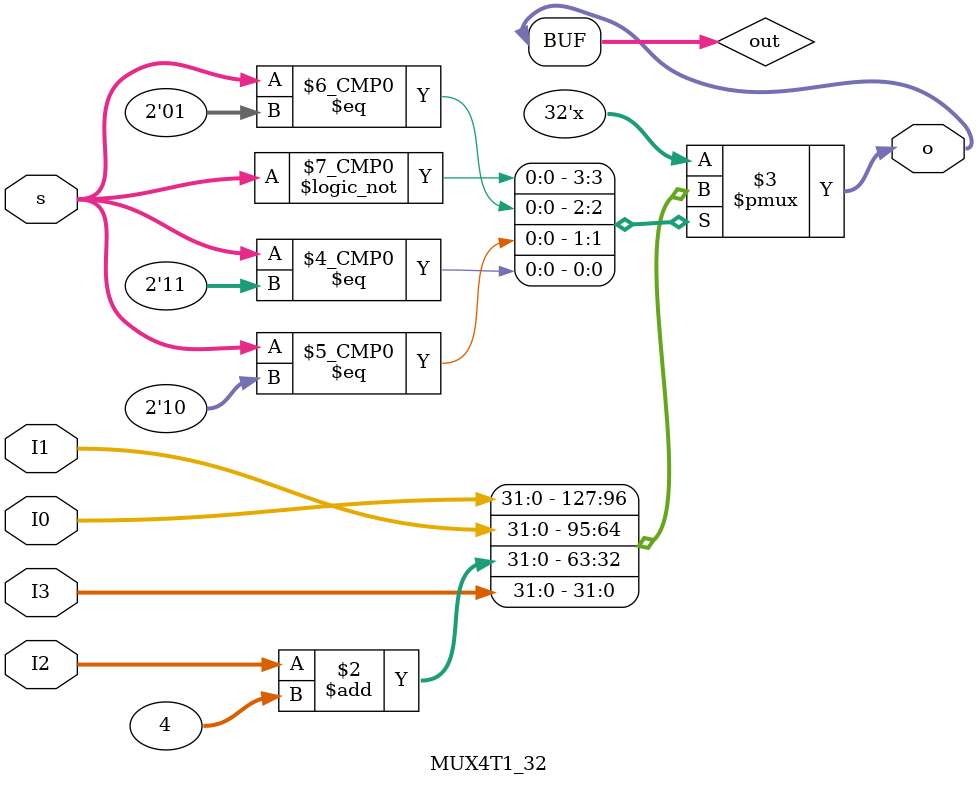
<source format=v>
`timescale 1ns / 1ps


module MUX4T1_32(
input [31:0]I0,
input [31:0]I1,
input [31:0]I2,
input [31:0]I3,
input [1:0]s,
output [31:0]o
);
reg [31:0]out;
always@(*)begin
    case (s)
    2'b00: out = I0;
    2'b01: out = I1;
    2'b10: out = I2 + 4;//cur_pc+4
    2'b11: out = I3;
    endcase
end
assign o = out;

endmodule
</source>
